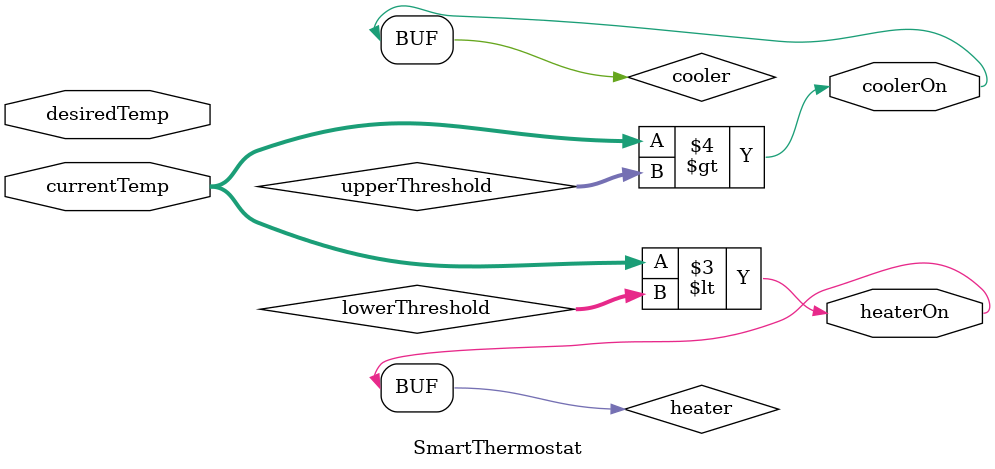
<source format=v>
module SmartThermostat(
    input wire [7:0] currentTemp, // Current temperature
    input wire [7:0] desiredTemp, // Desired temperature
    output wire heaterOn,
    output wire coolerOn
);

    wire [7:0] lowerThreshold;
    wire [7:0] upperThreshold;

    wire heater;
    wire cooler;

    assign cold = desiredTemp - 8;
    assign hot = desiredTemp + 8;

    assign heater = (currentTemp < lowerThreshold);
    assign cooler = (currentTemp > upperThreshold);

    assign heaterOn = heater;
    assign coolerOn = cooler;

endmodule

</source>
